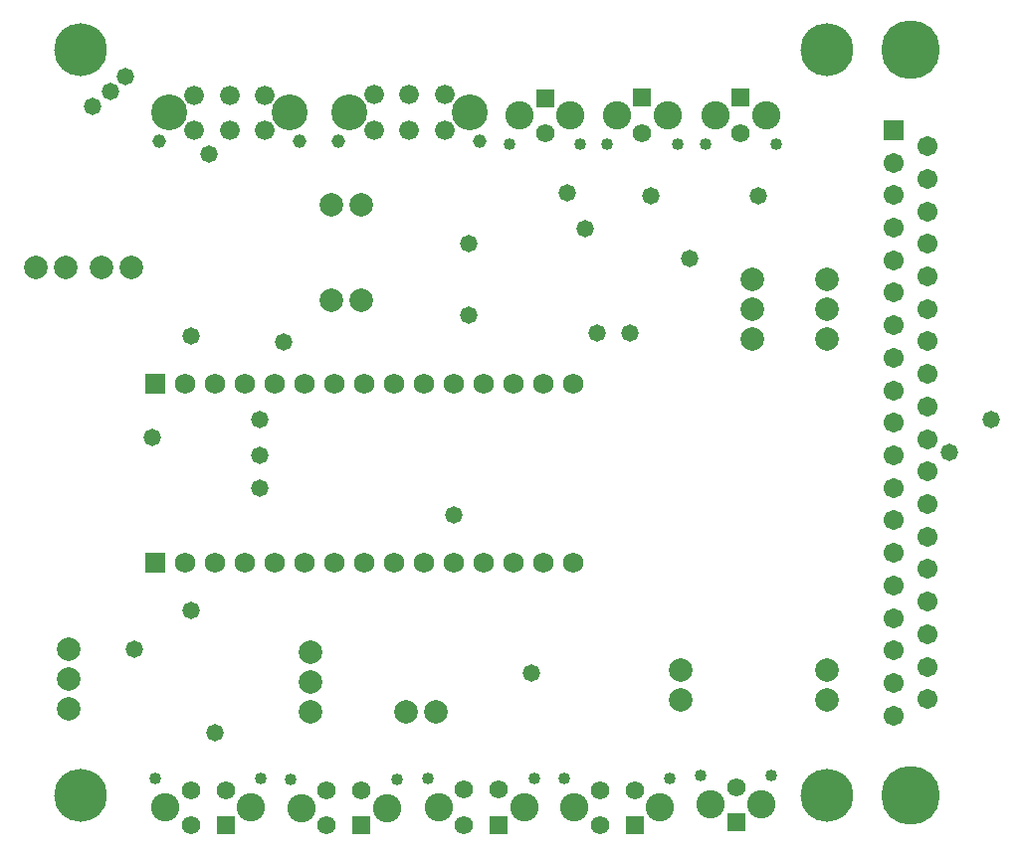
<source format=gbs>
G04*
G04 #@! TF.GenerationSoftware,Altium Limited,Altium Designer,23.1.1 (15)*
G04*
G04 Layer_Color=16711935*
%FSLAX25Y25*%
%MOIN*%
G70*
G04*
G04 #@! TF.SameCoordinates,F8F85EFA-0F4A-4E32-949D-36CD74FFCFB1*
G04*
G04*
G04 #@! TF.FilePolarity,Negative*
G04*
G01*
G75*
%ADD44C,0.06584*%
%ADD45C,0.12057*%
%ADD46C,0.04616*%
%ADD47R,0.06824X0.06824*%
%ADD48C,0.06824*%
%ADD49C,0.07887*%
%ADD50C,0.04016*%
%ADD51C,0.06181*%
%ADD52R,0.06181X0.06181*%
%ADD53C,0.09488*%
%ADD54C,0.06706*%
%ADD55R,0.06706X0.06706*%
%ADD56C,0.19698*%
%ADD57C,0.17729*%
%ADD58C,0.05800*%
D44*
X62913Y259906D02*
D03*
X74724D02*
D03*
X86535D02*
D03*
X62913Y248095D02*
D03*
X74724D02*
D03*
X86535D02*
D03*
X123189Y260000D02*
D03*
X135000D02*
D03*
X146811D02*
D03*
X123189Y248189D02*
D03*
X135000D02*
D03*
X146811D02*
D03*
D45*
X54449Y254000D02*
D03*
X95000D02*
D03*
X114724Y254095D02*
D03*
X155276D02*
D03*
D46*
X51102Y244394D02*
D03*
X98346D02*
D03*
X111378Y244488D02*
D03*
X158622D02*
D03*
D47*
X50000Y103000D02*
D03*
Y163000D02*
D03*
D48*
X60000Y103000D02*
D03*
Y163000D02*
D03*
X70000Y103000D02*
D03*
Y163000D02*
D03*
X80000Y103000D02*
D03*
Y163000D02*
D03*
X90000Y103000D02*
D03*
Y163000D02*
D03*
X100000Y103000D02*
D03*
Y163000D02*
D03*
X110000Y103000D02*
D03*
Y163000D02*
D03*
X120000Y103000D02*
D03*
Y163000D02*
D03*
X130000Y103000D02*
D03*
Y163000D02*
D03*
X140000Y103000D02*
D03*
Y163000D02*
D03*
X150000Y103000D02*
D03*
Y163000D02*
D03*
X160000Y103000D02*
D03*
Y163000D02*
D03*
X170000Y103000D02*
D03*
Y163000D02*
D03*
X180000Y103000D02*
D03*
Y163000D02*
D03*
X190000Y103000D02*
D03*
Y163000D02*
D03*
D49*
X102000Y53000D02*
D03*
Y63000D02*
D03*
Y73000D02*
D03*
X21000Y54000D02*
D03*
Y64000D02*
D03*
Y74000D02*
D03*
X144000Y53000D02*
D03*
X134000D02*
D03*
X109000Y223000D02*
D03*
X119000D02*
D03*
X250000Y198000D02*
D03*
Y188000D02*
D03*
Y178000D02*
D03*
X119000Y191000D02*
D03*
X109000D02*
D03*
X226000Y67000D02*
D03*
Y57000D02*
D03*
X275000Y67000D02*
D03*
Y57000D02*
D03*
Y178000D02*
D03*
Y188000D02*
D03*
Y198000D02*
D03*
X42000Y202000D02*
D03*
X32000D02*
D03*
X10000D02*
D03*
X20000D02*
D03*
D50*
X95378Y30512D02*
D03*
X130811D02*
D03*
X256276Y31606D02*
D03*
X232653D02*
D03*
X192276Y243394D02*
D03*
X168654D02*
D03*
X85347Y30606D02*
D03*
X49913D02*
D03*
X176811Y30701D02*
D03*
X141378D02*
D03*
X201189Y243488D02*
D03*
X224811D02*
D03*
X234189D02*
D03*
X257811D02*
D03*
X186913Y30606D02*
D03*
X222346D02*
D03*
D51*
X107189Y26811D02*
D03*
X119000D02*
D03*
X107189Y15000D02*
D03*
X244465Y27905D02*
D03*
X180465Y247094D02*
D03*
X61724Y15094D02*
D03*
X73535Y26906D02*
D03*
X61724D02*
D03*
X153189Y15189D02*
D03*
X165000Y27000D02*
D03*
X153189D02*
D03*
X213000Y247189D02*
D03*
X246000D02*
D03*
X198724Y26906D02*
D03*
X210535D02*
D03*
X198724Y15094D02*
D03*
D52*
X119000Y15000D02*
D03*
X244465Y16094D02*
D03*
X180465Y258906D02*
D03*
X73535Y15094D02*
D03*
X165000Y15189D02*
D03*
X213000Y259000D02*
D03*
X246000D02*
D03*
X210535Y15094D02*
D03*
D53*
X127465Y20906D02*
D03*
X98724D02*
D03*
X252929Y22000D02*
D03*
X236000D02*
D03*
X188929Y253000D02*
D03*
X172000D02*
D03*
X53260Y21000D02*
D03*
X82000D02*
D03*
X144724Y21094D02*
D03*
X173465D02*
D03*
X204535Y253095D02*
D03*
X221465D02*
D03*
X237535D02*
D03*
X254465D02*
D03*
X219000Y21000D02*
D03*
X190260D02*
D03*
D54*
X297244Y226339D02*
D03*
Y215433D02*
D03*
Y237244D02*
D03*
Y204528D02*
D03*
Y193622D02*
D03*
Y182717D02*
D03*
Y171811D02*
D03*
Y160906D02*
D03*
Y150000D02*
D03*
Y139094D02*
D03*
Y128189D02*
D03*
Y117283D02*
D03*
Y106378D02*
D03*
Y95473D02*
D03*
Y84567D02*
D03*
Y73661D02*
D03*
Y62756D02*
D03*
Y51850D02*
D03*
X308425Y242697D02*
D03*
Y231791D02*
D03*
Y220886D02*
D03*
Y209980D02*
D03*
Y199075D02*
D03*
Y188169D02*
D03*
Y177264D02*
D03*
Y166358D02*
D03*
Y155453D02*
D03*
Y144547D02*
D03*
Y133642D02*
D03*
Y122736D02*
D03*
Y111831D02*
D03*
Y100925D02*
D03*
Y90020D02*
D03*
Y79114D02*
D03*
Y68209D02*
D03*
Y57303D02*
D03*
D55*
X297244Y248150D02*
D03*
D56*
X302835Y25000D02*
D03*
Y275000D02*
D03*
D57*
X275000D02*
D03*
X25000D02*
D03*
X275000Y25000D02*
D03*
X25000D02*
D03*
D58*
X176000Y66000D02*
D03*
X85000Y139000D02*
D03*
Y128000D02*
D03*
X49000Y145000D02*
D03*
X85000Y151000D02*
D03*
X62000Y87000D02*
D03*
X93000Y177000D02*
D03*
X43000Y74000D02*
D03*
X70000Y46000D02*
D03*
X68000Y240000D02*
D03*
X150000Y119000D02*
D03*
X194000Y215000D02*
D03*
X330000Y151000D02*
D03*
X316000Y140000D02*
D03*
X229000Y205000D02*
D03*
X209000Y180000D02*
D03*
X198000D02*
D03*
X252000Y226000D02*
D03*
X29000Y256000D02*
D03*
X216000Y226000D02*
D03*
X188000Y227000D02*
D03*
X154911Y186089D02*
D03*
X155000Y210000D02*
D03*
X62000Y179000D02*
D03*
X35000Y261000D02*
D03*
X40000Y266000D02*
D03*
M02*

</source>
